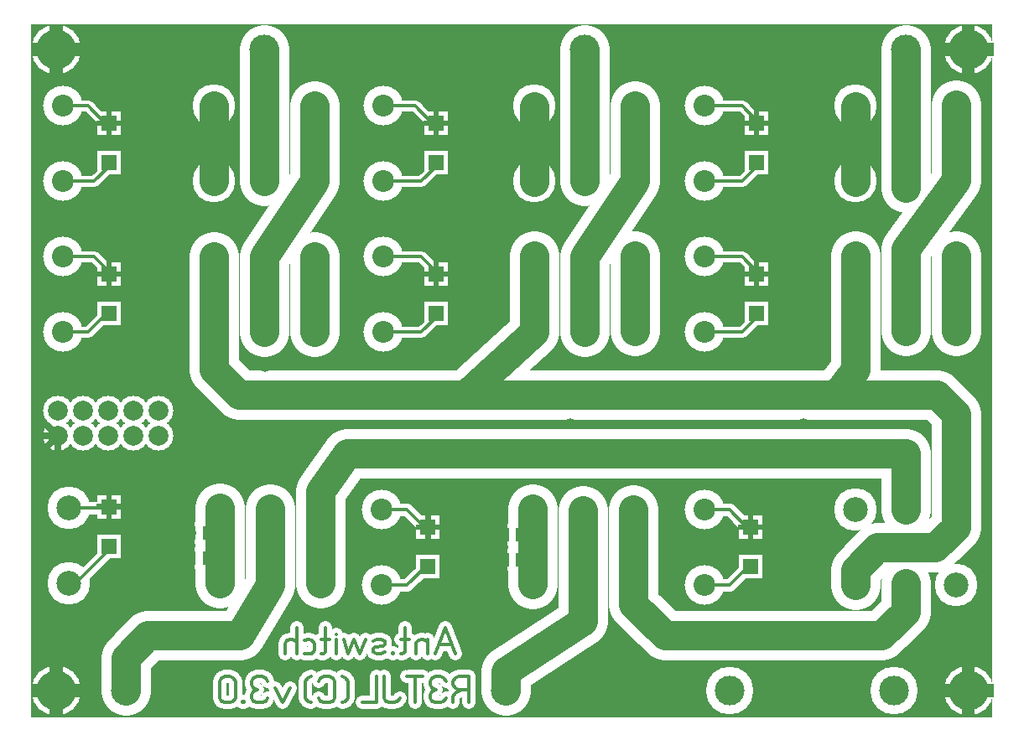
<source format=gbr>
%FSLAX34Y34*%
%MOMM*%
%LNCOPPER_BOTTOM*%
G71*
G01*
%ADD10C, 4.000*%
%ADD11C, 4.300*%
%ADD12C, 4.800*%
%ADD13C, 5.000*%
%ADD14C, 3.000*%
%ADD15C, 3.000*%
%ADD16R, 2.400X2.400*%
%ADD17C, 3.000*%
%ADD18C, 1.100*%
%ADD19C, 1.300*%
%ADD20C, 5.000*%
%ADD21C, 1.333*%
%ADD22C, 1.000*%
%ADD23R, 2.100X2.200*%
%ADD24C, 1.500*%
%ADD25C, 0.533*%
%ADD26C, 0.667*%
%ADD27C, 2.200*%
%ADD28C, 2.500*%
%ADD29R, 1.600X1.600*%
%ADD30C, 2.000*%
%ADD31C, 0.300*%
%ADD32C, 4.000*%
%ADD33C, 0.333*%
%ADD34R, 1.300X1.400*%
%LPD*%
G36*
X0Y0D02*
X970000Y0D01*
X970000Y-700000D01*
X0Y-700000D01*
X0Y0D01*
G37*
%LPC*%
X679450Y-82551D02*
G54D10*
D03*
X679450Y-158751D02*
G54D10*
D03*
X831850Y-82551D02*
G54D11*
D03*
X882650Y-82551D02*
G54D11*
D03*
X933450Y-82551D02*
G54D11*
D03*
X831850Y-158751D02*
G54D11*
D03*
X882650Y-158751D02*
G54D11*
D03*
X933450Y-158751D02*
G54D11*
D03*
X882650Y-25400D02*
G54D12*
D03*
X558800Y-25400D02*
G54D12*
D03*
X234950Y-25400D02*
G54D12*
D03*
X31750Y-234951D02*
G54D10*
D03*
X31750Y-311151D02*
G54D10*
D03*
X184150Y-234951D02*
G54D11*
D03*
X234950Y-234951D02*
G54D11*
D03*
X285750Y-234951D02*
G54D11*
D03*
X184150Y-311151D02*
G54D11*
D03*
X234950Y-311151D02*
G54D11*
D03*
X285750Y-311151D02*
G54D11*
D03*
X31750Y-82551D02*
G54D10*
D03*
X31750Y-158751D02*
G54D10*
D03*
X184150Y-82551D02*
G54D11*
D03*
X234950Y-82551D02*
G54D11*
D03*
X285750Y-82551D02*
G54D11*
D03*
X184150Y-158751D02*
G54D11*
D03*
X234950Y-158751D02*
G54D11*
D03*
X285750Y-158751D02*
G54D11*
D03*
X355600Y-82551D02*
G54D10*
D03*
X355600Y-158751D02*
G54D10*
D03*
X508000Y-82551D02*
G54D11*
D03*
X558800Y-82551D02*
G54D11*
D03*
X609600Y-82551D02*
G54D11*
D03*
X508000Y-158751D02*
G54D11*
D03*
X558800Y-158751D02*
G54D11*
D03*
X609600Y-158751D02*
G54D11*
D03*
X355601Y-234952D02*
G54D10*
D03*
X355601Y-311152D02*
G54D10*
D03*
X508001Y-234952D02*
G54D11*
D03*
X558801Y-234952D02*
G54D11*
D03*
X609601Y-234952D02*
G54D11*
D03*
X508001Y-311152D02*
G54D11*
D03*
X558801Y-311152D02*
G54D11*
D03*
X609601Y-311152D02*
G54D11*
D03*
X679450Y-234951D02*
G54D10*
D03*
X679450Y-311151D02*
G54D10*
D03*
X831850Y-234951D02*
G54D11*
D03*
X882650Y-234951D02*
G54D11*
D03*
X933450Y-234951D02*
G54D11*
D03*
X831850Y-311151D02*
G54D11*
D03*
X882650Y-311151D02*
G54D11*
D03*
X933450Y-311151D02*
G54D11*
D03*
G54D13*
X882650Y-25400D02*
X882650Y-165100D01*
G54D13*
X558800Y-25400D02*
X558800Y-158750D01*
G54D13*
X234950Y-25400D02*
X234950Y-158750D01*
X354012Y-490539D02*
G54D10*
D03*
X354012Y-566739D02*
G54D10*
D03*
X506412Y-490539D02*
G54D11*
D03*
X557212Y-490539D02*
G54D11*
D03*
X608012Y-490539D02*
G54D11*
D03*
X506412Y-566739D02*
G54D11*
D03*
X557212Y-566739D02*
G54D11*
D03*
X608012Y-566739D02*
G54D11*
D03*
G54D13*
X609600Y-81756D02*
X609600Y-157956D01*
X558800Y-234156D01*
X558800Y-310356D01*
G54D13*
X285750Y-81756D02*
X285750Y-157956D01*
X234950Y-234156D01*
X234950Y-310356D01*
G54D13*
X933450Y-80962D02*
X933450Y-157162D01*
X882650Y-227012D01*
X882650Y-309562D01*
X38100Y-488951D02*
G54D11*
D03*
X38100Y-565151D02*
G54D11*
D03*
X190500Y-488951D02*
G54D11*
D03*
X241300Y-488951D02*
G54D11*
D03*
X292100Y-488951D02*
G54D11*
D03*
X190500Y-565151D02*
G54D11*
D03*
X241300Y-565151D02*
G54D11*
D03*
X292100Y-565151D02*
G54D11*
D03*
G54D13*
X184150Y-310356D02*
X184150Y-348456D01*
X209550Y-373856D01*
X812800Y-373856D01*
X831850Y-348456D01*
X831850Y-310356D01*
G54D13*
X508000Y-310356D02*
X438150Y-373856D01*
G54D13*
X506412Y-565944D02*
X506412Y-489744D01*
X95250Y-673100D02*
G54D12*
D03*
X479425Y-673100D02*
G54D12*
D03*
X704850Y-673100D02*
G54D12*
D03*
X871538Y-673100D02*
G54D12*
D03*
G54D13*
X831850Y-233362D02*
X831850Y-309562D01*
G54D13*
X933450Y-233362D02*
X933450Y-309562D01*
G54D13*
X609600Y-233362D02*
X609600Y-309562D01*
G54D13*
X508000Y-233362D02*
X508000Y-309562D01*
G54D13*
X285750Y-234156D02*
X285750Y-310356D01*
G54D13*
X184150Y-234156D02*
X184150Y-310356D01*
G54D14*
X184150Y-82550D02*
X184150Y-158750D01*
G54D14*
X508000Y-83344D02*
X508000Y-159544D01*
G54D14*
X831850Y-83344D02*
X831850Y-159544D01*
X127000Y-25400D02*
G54D15*
D03*
X444500Y-25400D02*
G54D15*
D03*
X774700Y-25400D02*
G54D15*
D03*
X158750Y-673100D02*
G54D15*
D03*
X549275Y-673100D02*
G54D15*
D03*
X635000Y-673100D02*
G54D15*
D03*
X811212Y-673100D02*
G54D15*
D03*
X78449Y-139724D02*
G54D16*
D03*
X78449Y-100024D02*
G54D16*
D03*
X128492Y-390098D02*
G54D17*
D03*
X128492Y-415498D02*
G54D17*
D03*
X103092Y-390098D02*
G54D17*
D03*
X103092Y-415498D02*
G54D17*
D03*
X77692Y-390098D02*
G54D17*
D03*
X77692Y-415498D02*
G54D17*
D03*
X52292Y-390098D02*
G54D17*
D03*
X52292Y-415498D02*
G54D17*
D03*
X26892Y-390098D02*
G54D17*
D03*
X26892Y-415498D02*
G54D17*
D03*
X408649Y-139724D02*
G54D16*
D03*
X408649Y-100024D02*
G54D16*
D03*
X732499Y-139724D02*
G54D16*
D03*
X732499Y-100024D02*
G54D16*
D03*
X78449Y-292124D02*
G54D16*
D03*
X78449Y-252424D02*
G54D16*
D03*
X408649Y-292124D02*
G54D16*
D03*
X408649Y-252424D02*
G54D16*
D03*
X732499Y-292124D02*
G54D16*
D03*
X732499Y-252424D02*
G54D16*
D03*
G54D18*
X31750Y-82550D02*
X57150Y-82550D01*
X76200Y-101600D01*
G54D18*
X355600Y-82550D02*
X387350Y-82550D01*
X406400Y-101600D01*
G54D18*
X679450Y-82550D02*
X717550Y-82550D01*
X736600Y-101600D01*
G54D18*
X31750Y-234950D02*
X63500Y-234950D01*
X82550Y-254000D01*
G54D18*
X355600Y-234950D02*
X393700Y-234950D01*
X412750Y-254000D01*
G54D18*
X679450Y-234950D02*
X717550Y-234950D01*
X736600Y-254000D01*
G54D18*
X31750Y-311150D02*
X57150Y-311150D01*
X76200Y-292100D01*
G54D18*
X31750Y-158750D02*
X63500Y-158750D01*
X82550Y-139700D01*
G54D18*
X355600Y-158750D02*
X393700Y-158750D01*
X412750Y-139700D01*
G54D18*
X679450Y-158750D02*
X717550Y-158750D01*
X736600Y-139700D01*
G54D18*
X679450Y-311150D02*
X717550Y-311150D01*
X736600Y-292100D01*
G54D18*
X355600Y-311150D02*
X393700Y-311150D01*
X412750Y-292100D01*
X400712Y-547712D02*
G54D16*
D03*
X400712Y-508012D02*
G54D16*
D03*
X78449Y-527074D02*
G54D16*
D03*
X78449Y-487374D02*
G54D16*
D03*
G54D19*
X354012Y-490538D02*
X379412Y-490538D01*
X398462Y-509588D01*
G54D19*
X38100Y-488950D02*
X76200Y-488950D01*
X946150Y-25400D02*
G54D20*
D03*
X25400Y-25400D02*
G54D20*
D03*
X25400Y-673100D02*
G54D20*
D03*
X946150Y-673100D02*
G54D20*
D03*
G54D21*
X428044Y-636161D02*
X418044Y-609494D01*
X408044Y-636161D01*
G54D21*
X424044Y-626161D02*
X412044Y-626161D01*
G54D21*
X400711Y-636161D02*
X400711Y-621161D01*
G54D21*
X400711Y-624494D02*
X398711Y-622161D01*
X394711Y-621161D01*
X390711Y-622161D01*
X388711Y-624494D01*
X388711Y-636161D01*
G54D21*
X377378Y-609494D02*
X377378Y-634494D01*
X375378Y-636161D01*
X373378Y-635494D01*
G54D21*
X381378Y-621161D02*
X373378Y-621161D01*
G54D21*
X364445Y-636161D02*
X366045Y-636161D01*
X366045Y-634828D01*
X364445Y-634828D01*
X364445Y-636161D01*
X366045Y-636161D01*
G54D21*
X357112Y-634494D02*
X353112Y-636161D01*
X349112Y-636161D01*
X345112Y-634494D01*
X345112Y-631161D01*
X347112Y-629494D01*
X355112Y-627828D01*
X357112Y-626161D01*
X357112Y-622828D01*
X353112Y-621161D01*
X349112Y-621161D01*
X345112Y-622828D01*
G54D21*
X337779Y-621161D02*
X331779Y-636161D01*
X325779Y-621161D01*
X319779Y-636161D01*
X315779Y-621161D01*
G54D21*
X308446Y-636161D02*
X308446Y-621161D01*
G54D21*
X308446Y-616161D02*
X308446Y-616161D01*
G54D21*
X297113Y-609494D02*
X297113Y-634494D01*
X295113Y-636161D01*
X293113Y-635494D01*
G54D21*
X301113Y-621161D02*
X293113Y-621161D01*
G54D21*
X275780Y-622161D02*
X279780Y-621161D01*
X283780Y-622161D01*
X285780Y-625494D01*
X285780Y-632161D01*
X283780Y-635494D01*
X279780Y-636161D01*
X275780Y-635494D01*
G54D21*
X268447Y-636161D02*
X268447Y-609494D01*
G54D21*
X268447Y-625494D02*
X266447Y-622161D01*
X262447Y-621161D01*
X258447Y-622161D01*
X256447Y-625494D01*
X256447Y-636161D01*
G54D21*
X434043Y-672040D02*
X428043Y-675374D01*
X426043Y-678707D01*
X426043Y-685374D01*
G54D21*
X442043Y-685374D02*
X442043Y-658707D01*
X432043Y-658707D01*
X428043Y-660374D01*
X426043Y-663707D01*
X426043Y-667040D01*
X428043Y-670374D01*
X432043Y-672040D01*
X442043Y-672040D01*
G54D21*
X418710Y-663707D02*
X416710Y-660374D01*
X412710Y-658707D01*
X408710Y-658707D01*
X404710Y-660374D01*
X402710Y-663707D01*
X402710Y-667040D01*
X404710Y-670374D01*
X408710Y-672040D01*
X404710Y-673707D01*
X402710Y-677040D01*
X402710Y-680374D01*
X404710Y-683707D01*
X408710Y-685374D01*
X412710Y-685374D01*
X416710Y-683707D01*
X418710Y-680374D01*
G54D21*
X387377Y-685374D02*
X387377Y-658707D01*
G54D21*
X395377Y-658707D02*
X379377Y-658707D01*
G54D21*
X356044Y-658707D02*
X356044Y-680374D01*
X358044Y-683707D01*
X362044Y-685374D01*
X366044Y-685374D01*
X370044Y-683707D01*
X372044Y-680374D01*
G54D21*
X348711Y-658707D02*
X348711Y-685374D01*
X334711Y-685374D01*
G54D21*
X313645Y-658707D02*
X317645Y-660374D01*
X319645Y-663707D01*
X319645Y-680374D01*
X317645Y-683707D01*
X313645Y-685374D01*
G54D21*
X290312Y-680374D02*
X292312Y-683707D01*
X296312Y-685374D01*
X300312Y-685374D01*
X304312Y-683707D01*
X306312Y-680374D01*
X306312Y-663707D01*
X304312Y-660374D01*
X300312Y-658707D01*
X296312Y-658707D01*
X292312Y-660374D01*
X290312Y-663707D01*
G54D21*
X282979Y-658707D02*
X278979Y-660374D01*
X276979Y-663707D01*
X276979Y-680374D01*
X278979Y-683707D01*
X282979Y-685374D01*
G54D21*
X261913Y-670374D02*
X253913Y-685374D01*
X245913Y-670374D01*
G54D21*
X238580Y-663707D02*
X236580Y-660374D01*
X232580Y-658707D01*
X228580Y-658707D01*
X224580Y-660374D01*
X222580Y-663707D01*
X222580Y-667040D01*
X224580Y-670374D01*
X228580Y-672040D01*
X224580Y-673707D01*
X222580Y-677040D01*
X222580Y-680374D01*
X224580Y-683707D01*
X228580Y-685374D01*
X232580Y-685374D01*
X236580Y-683707D01*
X238580Y-680374D01*
G54D21*
X213647Y-685374D02*
X215247Y-685374D01*
X215247Y-684040D01*
X213647Y-684040D01*
X213647Y-685374D01*
X215247Y-685374D01*
G54D21*
X190314Y-663707D02*
X190314Y-680374D01*
X192314Y-683707D01*
X196314Y-685374D01*
X200314Y-685374D01*
X204314Y-683707D01*
X206314Y-680374D01*
X206314Y-663707D01*
X204314Y-660374D01*
X200314Y-658707D01*
X196314Y-658707D01*
X192314Y-660374D01*
X190314Y-663707D01*
G54D19*
X38100Y-565150D02*
X44450Y-565150D01*
X82550Y-527050D01*
G54D19*
X354012Y-566738D02*
X379412Y-566738D01*
X398462Y-547688D01*
X962026Y-520700D02*
G54D22*
D03*
X808038Y-528638D02*
G54D22*
D03*
X962026Y-631825D02*
G54D22*
D03*
X431800Y-485775D02*
G54D22*
D03*
X644526Y-525462D02*
G54D22*
D03*
X379413Y-647700D02*
G54D22*
D03*
X131763Y-484188D02*
G54D22*
D03*
X444500Y-300038D02*
G54D22*
D03*
X176213Y-400050D02*
G54D22*
D03*
X127000Y-230188D02*
G54D22*
D03*
X782638Y-300038D02*
G54D22*
D03*
X452438Y-227012D02*
G54D22*
D03*
X782638Y-195262D02*
G54D22*
D03*
X88900Y-214312D02*
G54D22*
D03*
X22226Y-195262D02*
G54D22*
D03*
X39688Y-447675D02*
G54D22*
D03*
X125413Y-152400D02*
G54D22*
D03*
X320676Y-104775D02*
G54D22*
D03*
X465138Y-119062D02*
G54D22*
D03*
X644526Y-117475D02*
G54D22*
D03*
X785813Y-95250D02*
G54D22*
D03*
X874713Y-344488D02*
G54D22*
D03*
X544513Y-403225D02*
G54D22*
D03*
X249238Y-415925D02*
G54D22*
D03*
X236538Y-346075D02*
G54D22*
D03*
X322263Y-544512D02*
G54D22*
D03*
X109538Y-563562D02*
G54D22*
D03*
X950913Y-198438D02*
G54D22*
D03*
X679450Y-490539D02*
G54D10*
D03*
X679450Y-566739D02*
G54D10*
D03*
X831850Y-490539D02*
G54D11*
D03*
X882650Y-490539D02*
G54D11*
D03*
X933450Y-490539D02*
G54D11*
D03*
X831850Y-566739D02*
G54D11*
D03*
X882650Y-566739D02*
G54D11*
D03*
X933450Y-566739D02*
G54D11*
D03*
X726149Y-547712D02*
G54D16*
D03*
X726150Y-508012D02*
G54D16*
D03*
G54D19*
X679450Y-490538D02*
X704850Y-490538D01*
X723900Y-509588D01*
G54D19*
X679450Y-566738D02*
X704850Y-566738D01*
X723900Y-547688D01*
G54D13*
X241300Y-489744D02*
X241300Y-565944D01*
G54D13*
X190500Y-488950D02*
X190500Y-565150D01*
G54D13*
X95250Y-673100D02*
X95250Y-639762D01*
X117475Y-617538D01*
X211138Y-617538D01*
X241300Y-566738D01*
G54D13*
X479425Y-673100D02*
X479425Y-654050D01*
X557212Y-603250D01*
X557212Y-566738D01*
G54D13*
X557212Y-491331D02*
X557212Y-567531D01*
G54D13*
X608012Y-490538D02*
X608012Y-568325D01*
X608012Y-585788D01*
X639762Y-617538D01*
X858838Y-617538D01*
X882650Y-593725D01*
X882650Y-565150D01*
G54D13*
X292100Y-565150D02*
X292100Y-488950D01*
X292100Y-471488D01*
X319088Y-433388D01*
X882650Y-433388D01*
X882650Y-490538D01*
G54D13*
X831850Y-566738D02*
X831850Y-550862D01*
X854075Y-528638D01*
X912812Y-528638D01*
X933450Y-508000D01*
X933450Y-490538D01*
G54D13*
X933450Y-490538D02*
X933450Y-393700D01*
X914400Y-374650D01*
X804862Y-374650D01*
X12700Y-433388D02*
G54D22*
D03*
X42863Y-617538D02*
G54D22*
D03*
X588963Y-644525D02*
G54D22*
D03*
X446088Y-619125D02*
G54D22*
D03*
X779463Y-403225D02*
G54D22*
D03*
X723900Y-474662D02*
G54D22*
D03*
X728663Y-579438D02*
G54D22*
D03*
X533400Y-339725D02*
G54D22*
D03*
X160338Y-514350D02*
G54D23*
D03*
X179338Y-514350D02*
G54D23*
D03*
X160338Y-539750D02*
G54D23*
D03*
X179338Y-539750D02*
G54D23*
D03*
G54D24*
X158750Y-514350D02*
X142875Y-514350D01*
G54D24*
X157162Y-514350D02*
X157162Y-539750D01*
X142875Y-539750D01*
G54D24*
X157162Y-504825D02*
X157162Y-549275D01*
X476250Y-515938D02*
G54D23*
D03*
X495250Y-515938D02*
G54D23*
D03*
X476250Y-541338D02*
G54D23*
D03*
X495250Y-541338D02*
G54D23*
D03*
G54D24*
X474662Y-515938D02*
X458788Y-515938D01*
G54D24*
X473075Y-515938D02*
X473075Y-541338D01*
X458788Y-541338D01*
G54D24*
X473075Y-506412D02*
X473075Y-550862D01*
X511176Y-528638D02*
G54D22*
D03*
X195263Y-527050D02*
G54D22*
D03*
X141288Y-514350D02*
G54D22*
D03*
X142876Y-539750D02*
G54D22*
D03*
X458788Y-515938D02*
G54D22*
D03*
X458788Y-541338D02*
G54D22*
D03*
X457200Y-574675D02*
G54D22*
D03*
X409576Y-573088D02*
G54D22*
D03*
X182563Y-120650D02*
G54D22*
D03*
X508000Y-120650D02*
G54D22*
D03*
X830263Y-120650D02*
G54D22*
D03*
%LPD*%
G54D25*
G36*
X78449Y-97358D02*
X90949Y-97358D01*
X90949Y-102691D01*
X78449Y-102691D01*
X78449Y-97358D01*
G37*
G36*
X81116Y-100024D02*
X81116Y-112524D01*
X75783Y-112524D01*
X75783Y-100024D01*
X81116Y-100024D01*
G37*
G36*
X78449Y-102691D02*
X65949Y-102691D01*
X65949Y-97358D01*
X78449Y-97358D01*
X78449Y-102691D01*
G37*
G36*
X75783Y-100024D02*
X75783Y-87524D01*
X81116Y-87524D01*
X81116Y-100024D01*
X75783Y-100024D01*
G37*
G54D26*
G36*
X30225Y-415498D02*
X30225Y-430998D01*
X23559Y-430998D01*
X23559Y-415498D01*
X30225Y-415498D01*
G37*
G36*
X29249Y-417855D02*
X18289Y-428815D01*
X13575Y-424101D01*
X24535Y-413141D01*
X29249Y-417855D01*
G37*
G36*
X26892Y-418831D02*
X11392Y-418831D01*
X11392Y-412165D01*
X26892Y-412165D01*
X26892Y-418831D01*
G37*
G36*
X24535Y-417855D02*
X13575Y-406895D01*
X18289Y-402181D01*
X29249Y-413141D01*
X24535Y-417855D01*
G37*
G54D25*
G36*
X408649Y-97358D02*
X421149Y-97358D01*
X421149Y-102691D01*
X408649Y-102691D01*
X408649Y-97358D01*
G37*
G36*
X411316Y-100024D02*
X411316Y-112524D01*
X405983Y-112524D01*
X405983Y-100024D01*
X411316Y-100024D01*
G37*
G36*
X408649Y-102691D02*
X396149Y-102691D01*
X396149Y-97358D01*
X408649Y-97358D01*
X408649Y-102691D01*
G37*
G36*
X405983Y-100024D02*
X405983Y-87524D01*
X411316Y-87524D01*
X411316Y-100024D01*
X405983Y-100024D01*
G37*
G54D25*
G36*
X732499Y-97358D02*
X744999Y-97358D01*
X744999Y-102691D01*
X732499Y-102691D01*
X732499Y-97358D01*
G37*
G36*
X735166Y-100024D02*
X735166Y-112524D01*
X729833Y-112524D01*
X729833Y-100024D01*
X735166Y-100024D01*
G37*
G36*
X732499Y-102691D02*
X719999Y-102691D01*
X719999Y-97358D01*
X732499Y-97358D01*
X732499Y-102691D01*
G37*
G36*
X729833Y-100024D02*
X729833Y-87524D01*
X735166Y-87524D01*
X735166Y-100024D01*
X729833Y-100024D01*
G37*
G54D25*
G36*
X78449Y-249758D02*
X90949Y-249758D01*
X90949Y-255091D01*
X78449Y-255091D01*
X78449Y-249758D01*
G37*
G36*
X81116Y-252424D02*
X81116Y-264924D01*
X75783Y-264924D01*
X75783Y-252424D01*
X81116Y-252424D01*
G37*
G36*
X78449Y-255091D02*
X65949Y-255091D01*
X65949Y-249758D01*
X78449Y-249758D01*
X78449Y-255091D01*
G37*
G36*
X75783Y-252424D02*
X75783Y-239924D01*
X81116Y-239924D01*
X81116Y-252424D01*
X75783Y-252424D01*
G37*
G54D25*
G36*
X408649Y-249758D02*
X421149Y-249758D01*
X421149Y-255091D01*
X408649Y-255091D01*
X408649Y-249758D01*
G37*
G36*
X411316Y-252424D02*
X411316Y-264924D01*
X405983Y-264924D01*
X405983Y-252424D01*
X411316Y-252424D01*
G37*
G36*
X408649Y-255091D02*
X396149Y-255091D01*
X396149Y-249758D01*
X408649Y-249758D01*
X408649Y-255091D01*
G37*
G36*
X405983Y-252424D02*
X405983Y-239924D01*
X411316Y-239924D01*
X411316Y-252424D01*
X405983Y-252424D01*
G37*
G54D25*
G36*
X732499Y-249758D02*
X744999Y-249758D01*
X744999Y-255091D01*
X732499Y-255091D01*
X732499Y-249758D01*
G37*
G36*
X735166Y-252424D02*
X735166Y-264924D01*
X729833Y-264924D01*
X729833Y-252424D01*
X735166Y-252424D01*
G37*
G36*
X732499Y-255091D02*
X719999Y-255091D01*
X719999Y-249758D01*
X732499Y-249758D01*
X732499Y-255091D01*
G37*
G36*
X729833Y-252424D02*
X729833Y-239924D01*
X735166Y-239924D01*
X735166Y-252424D01*
X729833Y-252424D01*
G37*
G54D25*
G36*
X400712Y-505346D02*
X413212Y-505346D01*
X413212Y-510678D01*
X400712Y-510678D01*
X400712Y-505346D01*
G37*
G36*
X403379Y-508012D02*
X403379Y-520512D01*
X398046Y-520512D01*
X398046Y-508012D01*
X403379Y-508012D01*
G37*
G36*
X400712Y-510678D02*
X388212Y-510678D01*
X388212Y-505346D01*
X400712Y-505346D01*
X400712Y-510678D01*
G37*
G36*
X398046Y-508012D02*
X398046Y-495512D01*
X403379Y-495512D01*
X403379Y-508012D01*
X398046Y-508012D01*
G37*
G54D25*
G36*
X78449Y-484708D02*
X90949Y-484708D01*
X90949Y-490041D01*
X78449Y-490041D01*
X78449Y-484708D01*
G37*
G36*
X81116Y-487374D02*
X81116Y-499874D01*
X75783Y-499874D01*
X75783Y-487374D01*
X81116Y-487374D01*
G37*
G36*
X78449Y-490041D02*
X65949Y-490041D01*
X65949Y-484708D01*
X78449Y-484708D01*
X78449Y-490041D01*
G37*
G36*
X75783Y-487374D02*
X75783Y-474874D01*
X81116Y-474874D01*
X81116Y-487374D01*
X75783Y-487374D01*
G37*
G54D21*
G36*
X939483Y-25400D02*
X939483Y100D01*
X952817Y100D01*
X952817Y-25400D01*
X939483Y-25400D01*
G37*
G36*
X946150Y-18733D02*
X971650Y-18733D01*
X971650Y-32067D01*
X946150Y-32067D01*
X946150Y-18733D01*
G37*
G36*
X952817Y-25400D02*
X952817Y-50900D01*
X939483Y-50900D01*
X939483Y-25400D01*
X952817Y-25400D01*
G37*
G36*
X946150Y-32067D02*
X920650Y-32067D01*
X920650Y-18733D01*
X946150Y-18733D01*
X946150Y-32067D01*
G37*
G54D21*
G36*
X18733Y-25400D02*
X18733Y100D01*
X32067Y100D01*
X32067Y-25400D01*
X18733Y-25400D01*
G37*
G36*
X25400Y-18733D02*
X50900Y-18733D01*
X50900Y-32067D01*
X25400Y-32067D01*
X25400Y-18733D01*
G37*
G36*
X32067Y-25400D02*
X32067Y-50900D01*
X18733Y-50900D01*
X18733Y-25400D01*
X32067Y-25400D01*
G37*
G36*
X25400Y-32067D02*
X-100Y-32067D01*
X-100Y-18733D01*
X25400Y-18733D01*
X25400Y-32067D01*
G37*
G54D21*
G36*
X18733Y-673100D02*
X18733Y-647600D01*
X32067Y-647600D01*
X32067Y-673100D01*
X18733Y-673100D01*
G37*
G36*
X25400Y-666433D02*
X50900Y-666433D01*
X50900Y-679767D01*
X25400Y-679767D01*
X25400Y-666433D01*
G37*
G36*
X32067Y-673100D02*
X32067Y-698600D01*
X18733Y-698600D01*
X18733Y-673100D01*
X32067Y-673100D01*
G37*
G36*
X25400Y-679767D02*
X-100Y-679767D01*
X-100Y-666433D01*
X25400Y-666433D01*
X25400Y-679767D01*
G37*
G54D21*
G36*
X939483Y-673100D02*
X939483Y-647600D01*
X952817Y-647600D01*
X952817Y-673100D01*
X939483Y-673100D01*
G37*
G36*
X946150Y-666433D02*
X971650Y-666433D01*
X971650Y-679767D01*
X946150Y-679767D01*
X946150Y-666433D01*
G37*
G36*
X952817Y-673100D02*
X952817Y-698600D01*
X939483Y-698600D01*
X939483Y-673100D01*
X952817Y-673100D01*
G37*
G36*
X946150Y-679767D02*
X920650Y-679767D01*
X920650Y-666433D01*
X946150Y-666433D01*
X946150Y-679767D01*
G37*
G54D25*
G36*
X726150Y-505346D02*
X738650Y-505346D01*
X738650Y-510678D01*
X726150Y-510678D01*
X726150Y-505346D01*
G37*
G36*
X728816Y-508012D02*
X728816Y-520512D01*
X723483Y-520512D01*
X723483Y-508012D01*
X728816Y-508012D01*
G37*
G36*
X726150Y-510678D02*
X713650Y-510678D01*
X713650Y-505346D01*
X726150Y-505346D01*
X726150Y-510678D01*
G37*
G36*
X723483Y-508012D02*
X723483Y-495512D01*
X728816Y-495512D01*
X728816Y-508012D01*
X723483Y-508012D01*
G37*
X679450Y-82551D02*
G54D27*
D03*
X679450Y-158751D02*
G54D27*
D03*
X831850Y-82551D02*
G54D28*
D03*
X882650Y-82551D02*
G54D28*
D03*
X933450Y-82551D02*
G54D28*
D03*
X831850Y-158751D02*
G54D28*
D03*
X882650Y-158751D02*
G54D28*
D03*
X933450Y-158751D02*
G54D28*
D03*
X882650Y-25400D02*
G54D15*
D03*
X558800Y-25400D02*
G54D15*
D03*
X234950Y-25400D02*
G54D15*
D03*
X31750Y-234951D02*
G54D27*
D03*
X31750Y-311151D02*
G54D27*
D03*
X184150Y-234951D02*
G54D28*
D03*
X234950Y-234951D02*
G54D28*
D03*
X285750Y-234951D02*
G54D28*
D03*
X184150Y-311151D02*
G54D28*
D03*
X234950Y-311151D02*
G54D28*
D03*
X285750Y-311151D02*
G54D28*
D03*
X31750Y-82551D02*
G54D27*
D03*
X31750Y-158751D02*
G54D27*
D03*
X184150Y-82551D02*
G54D28*
D03*
X234950Y-82551D02*
G54D28*
D03*
X285750Y-82551D02*
G54D28*
D03*
X184150Y-158751D02*
G54D28*
D03*
X234950Y-158751D02*
G54D28*
D03*
X285750Y-158751D02*
G54D28*
D03*
X355600Y-82551D02*
G54D27*
D03*
X355600Y-158751D02*
G54D27*
D03*
X508000Y-82551D02*
G54D28*
D03*
X558800Y-82551D02*
G54D28*
D03*
X609600Y-82551D02*
G54D28*
D03*
X508000Y-158751D02*
G54D28*
D03*
X558800Y-158751D02*
G54D28*
D03*
X609600Y-158751D02*
G54D28*
D03*
X355601Y-234952D02*
G54D27*
D03*
X355601Y-311152D02*
G54D27*
D03*
X508001Y-234952D02*
G54D28*
D03*
X558801Y-234952D02*
G54D28*
D03*
X609601Y-234952D02*
G54D28*
D03*
X508001Y-311152D02*
G54D28*
D03*
X558801Y-311152D02*
G54D28*
D03*
X609601Y-311152D02*
G54D28*
D03*
X679450Y-234951D02*
G54D27*
D03*
X679450Y-311151D02*
G54D27*
D03*
X831850Y-234951D02*
G54D28*
D03*
X882650Y-234951D02*
G54D28*
D03*
X933450Y-234951D02*
G54D28*
D03*
X831850Y-311151D02*
G54D28*
D03*
X882650Y-311151D02*
G54D28*
D03*
X933450Y-311151D02*
G54D28*
D03*
G54D14*
X882650Y-25400D02*
X882650Y-165100D01*
G54D14*
X558800Y-25400D02*
X558800Y-158750D01*
G54D14*
X234950Y-25400D02*
X234950Y-158750D01*
X354012Y-490539D02*
G54D27*
D03*
X354012Y-566739D02*
G54D27*
D03*
X506412Y-490539D02*
G54D28*
D03*
X557212Y-490539D02*
G54D28*
D03*
X608012Y-490539D02*
G54D28*
D03*
X506412Y-566739D02*
G54D28*
D03*
X557212Y-566739D02*
G54D28*
D03*
X608012Y-566739D02*
G54D28*
D03*
G54D14*
X609600Y-81756D02*
X609600Y-157956D01*
X558800Y-234156D01*
X558800Y-310356D01*
G54D14*
X285750Y-81756D02*
X285750Y-157956D01*
X234950Y-234156D01*
X234950Y-310356D01*
G54D14*
X933450Y-80962D02*
X933450Y-157162D01*
X882650Y-227012D01*
X882650Y-309562D01*
X38100Y-488951D02*
G54D28*
D03*
X38100Y-565151D02*
G54D28*
D03*
X190500Y-488951D02*
G54D28*
D03*
X241300Y-488951D02*
G54D28*
D03*
X292100Y-488951D02*
G54D28*
D03*
X190500Y-565151D02*
G54D28*
D03*
X241300Y-565151D02*
G54D28*
D03*
X292100Y-565151D02*
G54D28*
D03*
G54D14*
X184150Y-310356D02*
X184150Y-348456D01*
X209550Y-373856D01*
X812800Y-373856D01*
X831850Y-348456D01*
X831850Y-310356D01*
G54D14*
X508000Y-310356D02*
X438150Y-373856D01*
G54D14*
X506412Y-565944D02*
X506412Y-489744D01*
X95250Y-673100D02*
G54D15*
D03*
X479425Y-673100D02*
G54D15*
D03*
X704850Y-673100D02*
G54D15*
D03*
X871538Y-673100D02*
G54D15*
D03*
G54D14*
X831850Y-233362D02*
X831850Y-309562D01*
G54D14*
X933450Y-233362D02*
X933450Y-309562D01*
G54D14*
X609600Y-233362D02*
X609600Y-309562D01*
G54D14*
X508000Y-233362D02*
X508000Y-309562D01*
G54D14*
X285750Y-234156D02*
X285750Y-310356D01*
G54D14*
X184150Y-234156D02*
X184150Y-310356D01*
G54D14*
X184150Y-82550D02*
X184150Y-158750D01*
G54D14*
X508000Y-83344D02*
X508000Y-159544D01*
G54D14*
X831850Y-83344D02*
X831850Y-159544D01*
X127000Y-25400D02*
G54D15*
D03*
X444500Y-25400D02*
G54D15*
D03*
X774700Y-25400D02*
G54D15*
D03*
X158750Y-673100D02*
G54D15*
D03*
X549275Y-673100D02*
G54D15*
D03*
X635000Y-673100D02*
G54D15*
D03*
X811212Y-673100D02*
G54D15*
D03*
X78449Y-139724D02*
G54D29*
D03*
X78449Y-100024D02*
G54D29*
D03*
X128492Y-390098D02*
G54D30*
D03*
X128492Y-415498D02*
G54D30*
D03*
X103092Y-390098D02*
G54D30*
D03*
X103092Y-415498D02*
G54D30*
D03*
X77692Y-390098D02*
G54D30*
D03*
X77692Y-415498D02*
G54D30*
D03*
X52292Y-390098D02*
G54D30*
D03*
X52292Y-415498D02*
G54D30*
D03*
X26892Y-390098D02*
G54D30*
D03*
X26892Y-415498D02*
G54D30*
D03*
X408649Y-139724D02*
G54D29*
D03*
X408649Y-100024D02*
G54D29*
D03*
X732499Y-139724D02*
G54D29*
D03*
X732499Y-100024D02*
G54D29*
D03*
X78449Y-292124D02*
G54D29*
D03*
X78449Y-252424D02*
G54D29*
D03*
X408649Y-292124D02*
G54D29*
D03*
X408649Y-252424D02*
G54D29*
D03*
X732499Y-292124D02*
G54D29*
D03*
X732499Y-252424D02*
G54D29*
D03*
G54D31*
X31750Y-82550D02*
X57150Y-82550D01*
X76200Y-101600D01*
G54D31*
X355600Y-82550D02*
X387350Y-82550D01*
X406400Y-101600D01*
G54D31*
X679450Y-82550D02*
X717550Y-82550D01*
X736600Y-101600D01*
G54D31*
X31750Y-234950D02*
X63500Y-234950D01*
X82550Y-254000D01*
G54D31*
X355600Y-234950D02*
X393700Y-234950D01*
X412750Y-254000D01*
G54D31*
X679450Y-234950D02*
X717550Y-234950D01*
X736600Y-254000D01*
G54D31*
X31750Y-311150D02*
X57150Y-311150D01*
X76200Y-292100D01*
G54D31*
X31750Y-158750D02*
X63500Y-158750D01*
X82550Y-139700D01*
G54D31*
X355600Y-158750D02*
X393700Y-158750D01*
X412750Y-139700D01*
G54D31*
X679450Y-158750D02*
X717550Y-158750D01*
X736600Y-139700D01*
G54D31*
X679450Y-311150D02*
X717550Y-311150D01*
X736600Y-292100D01*
G54D31*
X355600Y-311150D02*
X393700Y-311150D01*
X412750Y-292100D01*
X400712Y-547712D02*
G54D29*
D03*
X400712Y-508012D02*
G54D29*
D03*
X78449Y-527074D02*
G54D29*
D03*
X78449Y-487374D02*
G54D29*
D03*
G54D31*
X354012Y-490538D02*
X379412Y-490538D01*
X398462Y-509588D01*
G54D31*
X38100Y-488950D02*
X76200Y-488950D01*
X946150Y-25400D02*
G54D32*
D03*
X25400Y-25400D02*
G54D32*
D03*
X25400Y-673100D02*
G54D32*
D03*
X946150Y-673100D02*
G54D32*
D03*
G54D33*
X428044Y-636161D02*
X418044Y-609494D01*
X408044Y-636161D01*
G54D33*
X424044Y-626161D02*
X412044Y-626161D01*
G54D33*
X400711Y-636161D02*
X400711Y-621161D01*
G54D33*
X400711Y-624494D02*
X398711Y-622161D01*
X394711Y-621161D01*
X390711Y-622161D01*
X388711Y-624494D01*
X388711Y-636161D01*
G54D33*
X377378Y-609494D02*
X377378Y-634494D01*
X375378Y-636161D01*
X373378Y-635494D01*
G54D33*
X381378Y-621161D02*
X373378Y-621161D01*
G54D33*
X364445Y-636161D02*
X366045Y-636161D01*
X366045Y-634828D01*
X364445Y-634828D01*
X364445Y-636161D01*
X366045Y-636161D01*
G54D33*
X357112Y-634494D02*
X353112Y-636161D01*
X349112Y-636161D01*
X345112Y-634494D01*
X345112Y-631161D01*
X347112Y-629494D01*
X355112Y-627828D01*
X357112Y-626161D01*
X357112Y-622828D01*
X353112Y-621161D01*
X349112Y-621161D01*
X345112Y-622828D01*
G54D33*
X337779Y-621161D02*
X331779Y-636161D01*
X325779Y-621161D01*
X319779Y-636161D01*
X315779Y-621161D01*
G54D33*
X308446Y-636161D02*
X308446Y-621161D01*
G54D33*
X308446Y-616161D02*
X308446Y-616161D01*
G54D33*
X297113Y-609494D02*
X297113Y-634494D01*
X295113Y-636161D01*
X293113Y-635494D01*
G54D33*
X301113Y-621161D02*
X293113Y-621161D01*
G54D33*
X275780Y-622161D02*
X279780Y-621161D01*
X283780Y-622161D01*
X285780Y-625494D01*
X285780Y-632161D01*
X283780Y-635494D01*
X279780Y-636161D01*
X275780Y-635494D01*
G54D33*
X268447Y-636161D02*
X268447Y-609494D01*
G54D33*
X268447Y-625494D02*
X266447Y-622161D01*
X262447Y-621161D01*
X258447Y-622161D01*
X256447Y-625494D01*
X256447Y-636161D01*
G54D33*
X434043Y-672040D02*
X428043Y-675374D01*
X426043Y-678707D01*
X426043Y-685374D01*
G54D33*
X442043Y-685374D02*
X442043Y-658707D01*
X432043Y-658707D01*
X428043Y-660374D01*
X426043Y-663707D01*
X426043Y-667040D01*
X428043Y-670374D01*
X432043Y-672040D01*
X442043Y-672040D01*
G54D33*
X418710Y-663707D02*
X416710Y-660374D01*
X412710Y-658707D01*
X408710Y-658707D01*
X404710Y-660374D01*
X402710Y-663707D01*
X402710Y-667040D01*
X404710Y-670374D01*
X408710Y-672040D01*
X404710Y-673707D01*
X402710Y-677040D01*
X402710Y-680374D01*
X404710Y-683707D01*
X408710Y-685374D01*
X412710Y-685374D01*
X416710Y-683707D01*
X418710Y-680374D01*
G54D33*
X387377Y-685374D02*
X387377Y-658707D01*
G54D33*
X395377Y-658707D02*
X379377Y-658707D01*
G54D33*
X356044Y-658707D02*
X356044Y-680374D01*
X358044Y-683707D01*
X362044Y-685374D01*
X366044Y-685374D01*
X370044Y-683707D01*
X372044Y-680374D01*
G54D33*
X348711Y-658707D02*
X348711Y-685374D01*
X334711Y-685374D01*
G54D33*
X313645Y-658707D02*
X317645Y-660374D01*
X319645Y-663707D01*
X319645Y-680374D01*
X317645Y-683707D01*
X313645Y-685374D01*
G54D33*
X290312Y-680374D02*
X292312Y-683707D01*
X296312Y-685374D01*
X300312Y-685374D01*
X304312Y-683707D01*
X306312Y-680374D01*
X306312Y-663707D01*
X304312Y-660374D01*
X300312Y-658707D01*
X296312Y-658707D01*
X292312Y-660374D01*
X290312Y-663707D01*
G54D33*
X282979Y-658707D02*
X278979Y-660374D01*
X276979Y-663707D01*
X276979Y-680374D01*
X278979Y-683707D01*
X282979Y-685374D01*
G54D33*
X261913Y-670374D02*
X253913Y-685374D01*
X245913Y-670374D01*
G54D33*
X238580Y-663707D02*
X236580Y-660374D01*
X232580Y-658707D01*
X228580Y-658707D01*
X224580Y-660374D01*
X222580Y-663707D01*
X222580Y-667040D01*
X224580Y-670374D01*
X228580Y-672040D01*
X224580Y-673707D01*
X222580Y-677040D01*
X222580Y-680374D01*
X224580Y-683707D01*
X228580Y-685374D01*
X232580Y-685374D01*
X236580Y-683707D01*
X238580Y-680374D01*
G54D33*
X213647Y-685374D02*
X215247Y-685374D01*
X215247Y-684040D01*
X213647Y-684040D01*
X213647Y-685374D01*
X215247Y-685374D01*
G54D33*
X190314Y-663707D02*
X190314Y-680374D01*
X192314Y-683707D01*
X196314Y-685374D01*
X200314Y-685374D01*
X204314Y-683707D01*
X206314Y-680374D01*
X206314Y-663707D01*
X204314Y-660374D01*
X200314Y-658707D01*
X196314Y-658707D01*
X192314Y-660374D01*
X190314Y-663707D01*
G54D31*
X38100Y-565150D02*
X44450Y-565150D01*
X82550Y-527050D01*
G54D31*
X354012Y-566738D02*
X379412Y-566738D01*
X398462Y-547688D01*
X962026Y-520700D02*
G54D22*
D03*
X808038Y-528638D02*
G54D22*
D03*
X962026Y-631825D02*
G54D22*
D03*
X431800Y-485775D02*
G54D22*
D03*
X644526Y-525462D02*
G54D22*
D03*
X379413Y-647700D02*
G54D22*
D03*
X131763Y-484188D02*
G54D22*
D03*
X444500Y-300038D02*
G54D22*
D03*
X176213Y-400050D02*
G54D22*
D03*
X127000Y-230188D02*
G54D22*
D03*
X782638Y-300038D02*
G54D22*
D03*
X452438Y-227012D02*
G54D22*
D03*
X782638Y-195262D02*
G54D22*
D03*
X88900Y-214312D02*
G54D22*
D03*
X22226Y-195262D02*
G54D22*
D03*
X39688Y-447675D02*
G54D22*
D03*
X125413Y-152400D02*
G54D22*
D03*
X320676Y-104775D02*
G54D22*
D03*
X465138Y-119062D02*
G54D22*
D03*
X644526Y-117475D02*
G54D22*
D03*
X785813Y-95250D02*
G54D22*
D03*
X874713Y-344488D02*
G54D22*
D03*
X544513Y-403225D02*
G54D22*
D03*
X249238Y-415925D02*
G54D22*
D03*
X236538Y-346075D02*
G54D22*
D03*
X322263Y-544512D02*
G54D22*
D03*
X109538Y-563562D02*
G54D22*
D03*
X950913Y-198438D02*
G54D22*
D03*
X679450Y-490539D02*
G54D27*
D03*
X679450Y-566739D02*
G54D27*
D03*
X831850Y-490539D02*
G54D28*
D03*
X882650Y-490539D02*
G54D28*
D03*
X933450Y-490539D02*
G54D28*
D03*
X831850Y-566739D02*
G54D28*
D03*
X882650Y-566739D02*
G54D28*
D03*
X933450Y-566739D02*
G54D28*
D03*
X726149Y-547712D02*
G54D29*
D03*
X726150Y-508012D02*
G54D29*
D03*
G54D31*
X679450Y-490538D02*
X704850Y-490538D01*
X723900Y-509588D01*
G54D31*
X679450Y-566738D02*
X704850Y-566738D01*
X723900Y-547688D01*
G54D14*
X241300Y-489744D02*
X241300Y-565944D01*
G54D14*
X190500Y-488950D02*
X190500Y-565150D01*
G54D14*
X95250Y-673100D02*
X95250Y-639762D01*
X117475Y-617538D01*
X211138Y-617538D01*
X241300Y-566738D01*
G54D14*
X479425Y-673100D02*
X479425Y-654050D01*
X557212Y-603250D01*
X557212Y-566738D01*
G54D14*
X557212Y-491331D02*
X557212Y-567531D01*
G54D14*
X608012Y-490538D02*
X608012Y-568325D01*
X608012Y-585788D01*
X639762Y-617538D01*
X858838Y-617538D01*
X882650Y-593725D01*
X882650Y-565150D01*
G54D14*
X292100Y-565150D02*
X292100Y-488950D01*
X292100Y-471488D01*
X319088Y-433388D01*
X882650Y-433388D01*
X882650Y-490538D01*
G54D14*
X831850Y-566738D02*
X831850Y-550862D01*
X854075Y-528638D01*
X912812Y-528638D01*
X933450Y-508000D01*
X933450Y-490538D01*
G54D14*
X933450Y-490538D02*
X933450Y-393700D01*
X914400Y-374650D01*
X804862Y-374650D01*
X12700Y-433388D02*
G54D22*
D03*
X42863Y-617538D02*
G54D22*
D03*
X588963Y-644525D02*
G54D22*
D03*
X446088Y-619125D02*
G54D22*
D03*
X779463Y-403225D02*
G54D22*
D03*
X723900Y-474662D02*
G54D22*
D03*
X728663Y-579438D02*
G54D22*
D03*
X533400Y-339725D02*
G54D22*
D03*
X160338Y-514350D02*
G54D34*
D03*
X179338Y-514350D02*
G54D34*
D03*
X160338Y-539750D02*
G54D34*
D03*
X179338Y-539750D02*
G54D34*
D03*
G54D24*
X158750Y-514350D02*
X142875Y-514350D01*
G54D24*
X157162Y-514350D02*
X157162Y-539750D01*
X142875Y-539750D01*
G54D24*
X157162Y-504825D02*
X157162Y-549275D01*
X476250Y-515938D02*
G54D34*
D03*
X495250Y-515938D02*
G54D34*
D03*
X476250Y-541338D02*
G54D34*
D03*
X495250Y-541338D02*
G54D34*
D03*
G54D24*
X474662Y-515938D02*
X458788Y-515938D01*
G54D24*
X473075Y-515938D02*
X473075Y-541338D01*
X458788Y-541338D01*
G54D24*
X473075Y-506412D02*
X473075Y-550862D01*
X511176Y-528638D02*
G54D22*
D03*
X195263Y-527050D02*
G54D22*
D03*
X141288Y-514350D02*
G54D22*
D03*
X142876Y-539750D02*
G54D22*
D03*
X458788Y-515938D02*
G54D22*
D03*
X458788Y-541338D02*
G54D22*
D03*
X457200Y-574675D02*
G54D22*
D03*
X409576Y-573088D02*
G54D22*
D03*
X182563Y-120650D02*
G54D22*
D03*
X508000Y-120650D02*
G54D22*
D03*
X830263Y-120650D02*
G54D22*
D03*
M02*

</source>
